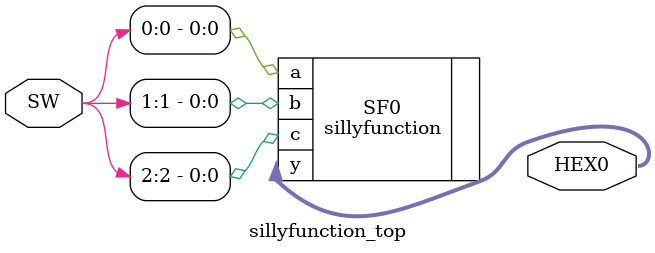
<source format=sv>
module sillyfunction_top (
    input logic [2:0] SW,
    output logic [6:0] HEX0
);

    sillyfunction SF0 (
        .y(HEX0), 
        .a(SW[0]), 
        .b(SW[1]),
        .c(SW[2])
    );

endmodule

</source>
